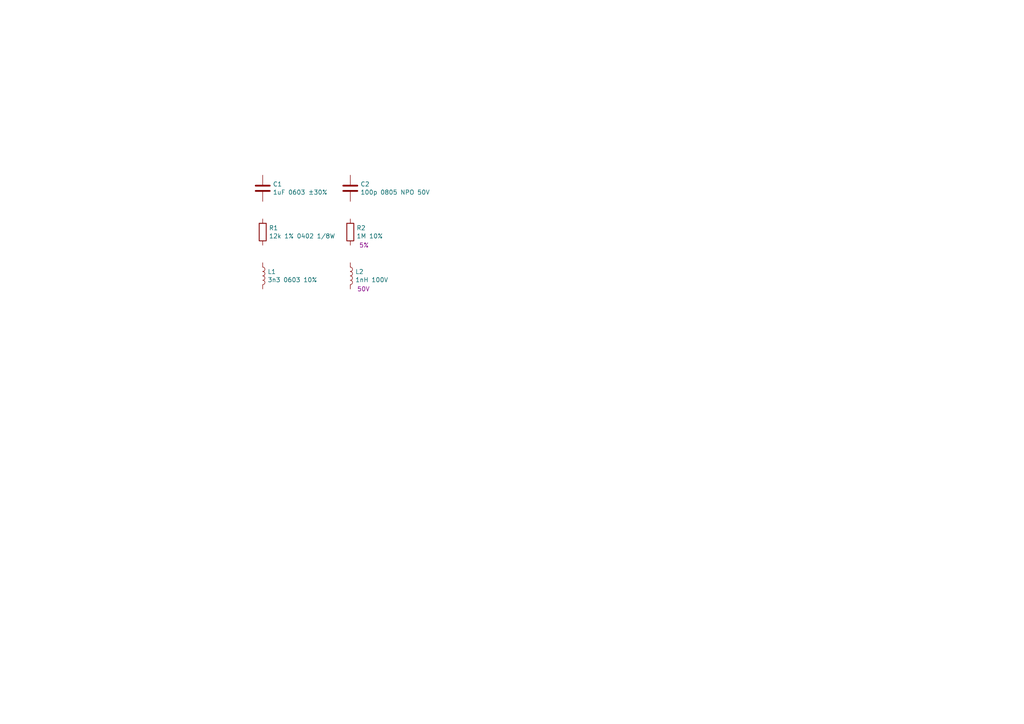
<source format=kicad_sch>
(kicad_sch (version 20230121) (generator eeschema)
  (paper "A4")
  (title_block (title "Value field split test") (date "2023-05-03") (company "Instituto Nacional de Tecnología Industrial - CMNT") (comment 1 "KiBot"))
  (lib_symbols
    (symbol "Device:C" (pin_numbers hide) (pin_names (offset 0.254))
      (property "Reference" "C" (at 0.635 2.54 0))
      (property "Value" "C" (at 0.635 -2.54 0))
      (symbol "C_0_1"
        (polyline (pts (xy -2.032 -0.762) (xy 2.032 -0.762)) (stroke (width 0.508)))
        (polyline (pts (xy -2.032 0.762) (xy 2.032 0.762)) (stroke (width 0.508)))
      )
      (symbol "C_1_1"
        (pin passive line (at 0 3.81 270) (length 2.794) (name "~") (number "1"))
        (pin passive line (at 0 -3.81 90) (length 2.794) (name "~") (number "2"))
      )
    )
    (symbol "Device:L" (pin_numbers hide) (pin_names (offset 1.016) hide)
      (property "Reference" "L" (at -1.27 0 90))
      (property "Value" "L" (at 1.905 0 90))
      (symbol "L_0_1"
        (arc (start 0 -2.54) (mid 0.6323 -1.905) (end 0 -1.27))
        (arc (start 0 -1.27) (mid 0.6323 -0.635) (end 0 0))
        (arc (start 0 0) (mid 0.6323 0.635) (end 0 1.27))
        (arc (start 0 1.27) (mid 0.6323 1.905) (end 0 2.54))
      )
      (symbol "L_1_1"
        (pin passive line (at 0 3.81 270) (length 1.27) (name "1") (number "1"))
        (pin passive line (at 0 -3.81 90) (length 1.27) (name "2") (number "2"))
      )
    )
    (symbol "Device:R" (pin_numbers hide) (pin_names (offset 0))
      (property "Reference" "R" (at 2.032 0 90))
      (property "Value" "R" (at 0 0 90))
      (symbol "R_0_1"
        (rectangle (start -1.016 -2.54) (end 1.016 2.54) (stroke (width 0.254)))
      )
      (symbol "R_1_1"
        (pin passive line (at 0 3.81 270) (length 1.27) (name "~") (number "1"))
        (pin passive line (at 0 -3.81 90) (length 1.27) (name "~") (number "2"))
      )
    )
  )
  (symbol (lib_id "Device:C") (at 76.2 54.61 0) (unit 1)
    (property "Reference" "C1" (at 79.121 53.4162 0) (effects (justify left)))
    (property "Value" "1uF 0603 ±30%" (at 79.121 55.7784 0) (effects (justify left)))
  )
  (symbol (lib_id "Device:C") (at 101.6 54.61 0) (unit 1)
    (property "Reference" "C2" (at 104.521 53.4162 0) (effects (justify left)))
    (property "Value" "100p 0805 NPO 50V" (at 104.521 55.7784 0) (effects (justify left)))
  )
  (symbol (lib_id "Device:R") (at 76.2 67.31 0) (unit 1)
    (property "Reference" "R1" (at 77.978 66.1162 0) (effects (justify left)))
    (property "Value" "12k 1% 0402 1/8W" (at 77.978 68.4784 0) (effects (justify left)))
  )
  (symbol (lib_id "Device:R") (at 101.6 67.31 0) (unit 1)
    (property "Reference" "R2" (at 103.378 66.1162 0) (effects (justify left)))
    (property "Value" "1M 10%" (at 103.378 68.4784 0) (effects (justify left)))
    (property "tolerance" "5%" (at 104.14 71.12 0) (effects (justify left)))
  )
  (symbol (lib_id "Device:L") (at 76.2 80.01 0) (unit 1)
    (property "Reference" "L1" (at 77.597 78.8162 0) (effects (justify left)))
    (property "Value" "3n3 0603 10%" (at 77.597 81.1784 0) (effects (justify left)))
  )
  (symbol (lib_id "Device:L") (at 101.6 80.01 0) (unit 1)
    (property "Reference" "L2" (at 103.0224 78.8162 0) (effects (justify left)))
    (property "Value" "1nH 100V" (at 103.0224 81.1784 0) (effects (justify left)))
    (property "Voltage" "50V" (at 105.41 83.82 0))
  )
)
</source>
